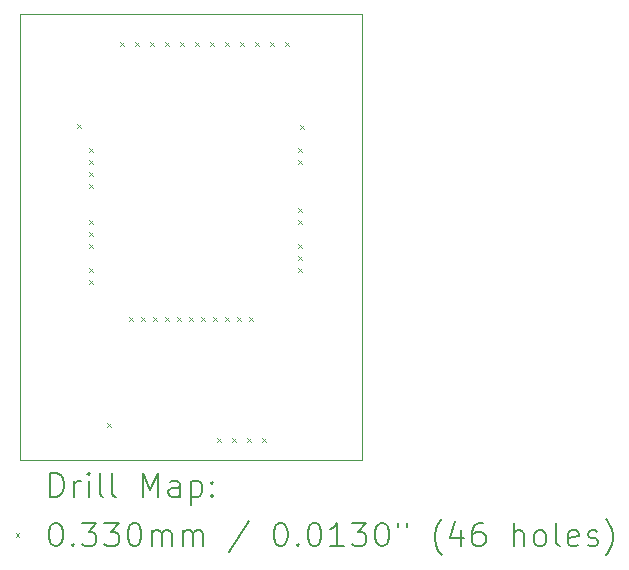
<source format=gbr>
%TF.GenerationSoftware,KiCad,Pcbnew,8.0.3-8.0.3-0~ubuntu24.04.1*%
%TF.CreationDate,2024-07-09T09:25:00+02:00*%
%TF.ProjectId,PythonBreakout,50797468-6f6e-4427-9265-616b6f75742e,rev?*%
%TF.SameCoordinates,Original*%
%TF.FileFunction,Drillmap*%
%TF.FilePolarity,Positive*%
%FSLAX45Y45*%
G04 Gerber Fmt 4.5, Leading zero omitted, Abs format (unit mm)*
G04 Created by KiCad (PCBNEW 8.0.3-8.0.3-0~ubuntu24.04.1) date 2024-07-09 09:25:00*
%MOMM*%
%LPD*%
G01*
G04 APERTURE LIST*
%ADD10C,0.050000*%
%ADD11C,0.200000*%
%ADD12C,0.100000*%
G04 APERTURE END LIST*
D10*
X7500000Y-5287500D02*
X10400000Y-5287500D01*
X10400000Y-9062500D01*
X7500000Y-9062500D01*
X7500000Y-5287500D01*
D11*
D12*
X7983490Y-6220990D02*
X8016510Y-6254010D01*
X8016510Y-6220990D02*
X7983490Y-6254010D01*
X8090090Y-6627890D02*
X8123110Y-6660910D01*
X8123110Y-6627890D02*
X8090090Y-6660910D01*
X8090190Y-6424690D02*
X8123210Y-6457710D01*
X8123210Y-6424690D02*
X8090190Y-6457710D01*
X8090190Y-6526290D02*
X8123210Y-6559310D01*
X8123210Y-6526290D02*
X8090190Y-6559310D01*
X8090190Y-6729490D02*
X8123210Y-6762510D01*
X8123210Y-6729490D02*
X8090190Y-6762510D01*
X8090190Y-7034290D02*
X8123210Y-7067310D01*
X8123210Y-7034290D02*
X8090190Y-7067310D01*
X8090190Y-7135890D02*
X8123210Y-7168910D01*
X8123210Y-7135890D02*
X8090190Y-7168910D01*
X8090190Y-7237490D02*
X8123210Y-7270510D01*
X8123210Y-7237490D02*
X8090190Y-7270510D01*
X8090190Y-7440690D02*
X8123210Y-7473710D01*
X8123210Y-7440690D02*
X8090190Y-7473710D01*
X8090190Y-7542290D02*
X8123210Y-7575310D01*
X8123210Y-7542290D02*
X8090190Y-7575310D01*
X8238490Y-8750990D02*
X8271510Y-8784010D01*
X8271510Y-8750990D02*
X8238490Y-8784010D01*
X8348490Y-5530990D02*
X8381510Y-5564010D01*
X8381510Y-5530990D02*
X8348490Y-5564010D01*
X8424790Y-7858690D02*
X8457810Y-7891710D01*
X8457810Y-7858690D02*
X8424790Y-7891710D01*
X8475490Y-5530990D02*
X8508510Y-5564010D01*
X8508510Y-5530990D02*
X8475490Y-5564010D01*
X8526390Y-7858690D02*
X8559410Y-7891710D01*
X8559410Y-7858690D02*
X8526390Y-7891710D01*
X8602490Y-5530990D02*
X8635510Y-5564010D01*
X8635510Y-5530990D02*
X8602490Y-5564010D01*
X8627990Y-7858690D02*
X8661010Y-7891710D01*
X8661010Y-7858690D02*
X8627990Y-7891710D01*
X8729490Y-5530990D02*
X8762510Y-5564010D01*
X8762510Y-5530990D02*
X8729490Y-5564010D01*
X8729490Y-7858690D02*
X8762510Y-7891710D01*
X8762510Y-7858690D02*
X8729490Y-7891710D01*
X8831090Y-7858790D02*
X8864110Y-7891810D01*
X8864110Y-7858790D02*
X8831090Y-7891810D01*
X8856490Y-5530990D02*
X8889510Y-5564010D01*
X8889510Y-5530990D02*
X8856490Y-5564010D01*
X8932790Y-7858690D02*
X8965810Y-7891710D01*
X8965810Y-7858690D02*
X8932790Y-7891710D01*
X8983490Y-5530990D02*
X9016510Y-5564010D01*
X9016510Y-5530990D02*
X8983490Y-5564010D01*
X9034390Y-7858690D02*
X9067410Y-7891710D01*
X9067410Y-7858690D02*
X9034390Y-7891710D01*
X9110490Y-5530990D02*
X9143510Y-5564010D01*
X9143510Y-5530990D02*
X9110490Y-5564010D01*
X9135990Y-7858690D02*
X9169010Y-7891710D01*
X9169010Y-7858690D02*
X9135990Y-7891710D01*
X9173990Y-8881990D02*
X9207010Y-8915010D01*
X9207010Y-8881990D02*
X9173990Y-8915010D01*
X9237490Y-5530990D02*
X9270510Y-5564010D01*
X9270510Y-5530990D02*
X9237490Y-5564010D01*
X9237590Y-7858690D02*
X9270610Y-7891710D01*
X9270610Y-7858690D02*
X9237590Y-7891710D01*
X9300990Y-8881990D02*
X9334010Y-8915010D01*
X9334010Y-8881990D02*
X9300990Y-8915010D01*
X9339190Y-7858690D02*
X9372210Y-7891710D01*
X9372210Y-7858690D02*
X9339190Y-7891710D01*
X9364490Y-5530990D02*
X9397510Y-5564010D01*
X9397510Y-5530990D02*
X9364490Y-5564010D01*
X9427990Y-8881990D02*
X9461010Y-8915010D01*
X9461010Y-8881990D02*
X9427990Y-8915010D01*
X9440790Y-7858690D02*
X9473810Y-7891710D01*
X9473810Y-7858690D02*
X9440790Y-7891710D01*
X9491490Y-5530990D02*
X9524510Y-5564010D01*
X9524510Y-5530990D02*
X9491490Y-5564010D01*
X9554990Y-8881990D02*
X9588010Y-8915010D01*
X9588010Y-8881990D02*
X9554990Y-8915010D01*
X9618490Y-5530990D02*
X9651510Y-5564010D01*
X9651510Y-5530990D02*
X9618490Y-5564010D01*
X9745490Y-5530990D02*
X9778510Y-5564010D01*
X9778510Y-5530990D02*
X9745490Y-5564010D01*
X9858690Y-6424690D02*
X9891710Y-6457710D01*
X9891710Y-6424690D02*
X9858690Y-6457710D01*
X9858690Y-6526290D02*
X9891710Y-6559310D01*
X9891710Y-6526290D02*
X9858690Y-6559310D01*
X9858690Y-6932690D02*
X9891710Y-6965710D01*
X9891710Y-6932690D02*
X9858690Y-6965710D01*
X9858690Y-7034290D02*
X9891710Y-7067310D01*
X9891710Y-7034290D02*
X9858690Y-7067310D01*
X9858690Y-7237490D02*
X9891710Y-7270510D01*
X9891710Y-7237490D02*
X9858690Y-7270510D01*
X9858690Y-7339090D02*
X9891710Y-7372110D01*
X9891710Y-7339090D02*
X9858690Y-7372110D01*
X9858690Y-7440690D02*
X9891710Y-7473710D01*
X9891710Y-7440690D02*
X9858690Y-7473710D01*
X9872490Y-6233490D02*
X9905510Y-6266510D01*
X9905510Y-6233490D02*
X9872490Y-6266510D01*
D11*
X7758277Y-9376484D02*
X7758277Y-9176484D01*
X7758277Y-9176484D02*
X7805896Y-9176484D01*
X7805896Y-9176484D02*
X7834467Y-9186008D01*
X7834467Y-9186008D02*
X7853515Y-9205055D01*
X7853515Y-9205055D02*
X7863039Y-9224103D01*
X7863039Y-9224103D02*
X7872562Y-9262198D01*
X7872562Y-9262198D02*
X7872562Y-9290770D01*
X7872562Y-9290770D02*
X7863039Y-9328865D01*
X7863039Y-9328865D02*
X7853515Y-9347912D01*
X7853515Y-9347912D02*
X7834467Y-9366960D01*
X7834467Y-9366960D02*
X7805896Y-9376484D01*
X7805896Y-9376484D02*
X7758277Y-9376484D01*
X7958277Y-9376484D02*
X7958277Y-9243150D01*
X7958277Y-9281246D02*
X7967801Y-9262198D01*
X7967801Y-9262198D02*
X7977324Y-9252674D01*
X7977324Y-9252674D02*
X7996372Y-9243150D01*
X7996372Y-9243150D02*
X8015420Y-9243150D01*
X8082086Y-9376484D02*
X8082086Y-9243150D01*
X8082086Y-9176484D02*
X8072562Y-9186008D01*
X8072562Y-9186008D02*
X8082086Y-9195531D01*
X8082086Y-9195531D02*
X8091610Y-9186008D01*
X8091610Y-9186008D02*
X8082086Y-9176484D01*
X8082086Y-9176484D02*
X8082086Y-9195531D01*
X8205896Y-9376484D02*
X8186848Y-9366960D01*
X8186848Y-9366960D02*
X8177324Y-9347912D01*
X8177324Y-9347912D02*
X8177324Y-9176484D01*
X8310658Y-9376484D02*
X8291610Y-9366960D01*
X8291610Y-9366960D02*
X8282086Y-9347912D01*
X8282086Y-9347912D02*
X8282086Y-9176484D01*
X8539229Y-9376484D02*
X8539229Y-9176484D01*
X8539229Y-9176484D02*
X8605896Y-9319341D01*
X8605896Y-9319341D02*
X8672563Y-9176484D01*
X8672563Y-9176484D02*
X8672563Y-9376484D01*
X8853515Y-9376484D02*
X8853515Y-9271722D01*
X8853515Y-9271722D02*
X8843991Y-9252674D01*
X8843991Y-9252674D02*
X8824944Y-9243150D01*
X8824944Y-9243150D02*
X8786848Y-9243150D01*
X8786848Y-9243150D02*
X8767801Y-9252674D01*
X8853515Y-9366960D02*
X8834467Y-9376484D01*
X8834467Y-9376484D02*
X8786848Y-9376484D01*
X8786848Y-9376484D02*
X8767801Y-9366960D01*
X8767801Y-9366960D02*
X8758277Y-9347912D01*
X8758277Y-9347912D02*
X8758277Y-9328865D01*
X8758277Y-9328865D02*
X8767801Y-9309817D01*
X8767801Y-9309817D02*
X8786848Y-9300293D01*
X8786848Y-9300293D02*
X8834467Y-9300293D01*
X8834467Y-9300293D02*
X8853515Y-9290770D01*
X8948753Y-9243150D02*
X8948753Y-9443150D01*
X8948753Y-9252674D02*
X8967801Y-9243150D01*
X8967801Y-9243150D02*
X9005896Y-9243150D01*
X9005896Y-9243150D02*
X9024944Y-9252674D01*
X9024944Y-9252674D02*
X9034467Y-9262198D01*
X9034467Y-9262198D02*
X9043991Y-9281246D01*
X9043991Y-9281246D02*
X9043991Y-9338389D01*
X9043991Y-9338389D02*
X9034467Y-9357436D01*
X9034467Y-9357436D02*
X9024944Y-9366960D01*
X9024944Y-9366960D02*
X9005896Y-9376484D01*
X9005896Y-9376484D02*
X8967801Y-9376484D01*
X8967801Y-9376484D02*
X8948753Y-9366960D01*
X9129705Y-9357436D02*
X9139229Y-9366960D01*
X9139229Y-9366960D02*
X9129705Y-9376484D01*
X9129705Y-9376484D02*
X9120182Y-9366960D01*
X9120182Y-9366960D02*
X9129705Y-9357436D01*
X9129705Y-9357436D02*
X9129705Y-9376484D01*
X9129705Y-9252674D02*
X9139229Y-9262198D01*
X9139229Y-9262198D02*
X9129705Y-9271722D01*
X9129705Y-9271722D02*
X9120182Y-9262198D01*
X9120182Y-9262198D02*
X9129705Y-9252674D01*
X9129705Y-9252674D02*
X9129705Y-9271722D01*
D12*
X7464480Y-9688490D02*
X7497500Y-9721510D01*
X7497500Y-9688490D02*
X7464480Y-9721510D01*
D11*
X7796372Y-9596484D02*
X7815420Y-9596484D01*
X7815420Y-9596484D02*
X7834467Y-9606008D01*
X7834467Y-9606008D02*
X7843991Y-9615531D01*
X7843991Y-9615531D02*
X7853515Y-9634579D01*
X7853515Y-9634579D02*
X7863039Y-9672674D01*
X7863039Y-9672674D02*
X7863039Y-9720293D01*
X7863039Y-9720293D02*
X7853515Y-9758389D01*
X7853515Y-9758389D02*
X7843991Y-9777436D01*
X7843991Y-9777436D02*
X7834467Y-9786960D01*
X7834467Y-9786960D02*
X7815420Y-9796484D01*
X7815420Y-9796484D02*
X7796372Y-9796484D01*
X7796372Y-9796484D02*
X7777324Y-9786960D01*
X7777324Y-9786960D02*
X7767801Y-9777436D01*
X7767801Y-9777436D02*
X7758277Y-9758389D01*
X7758277Y-9758389D02*
X7748753Y-9720293D01*
X7748753Y-9720293D02*
X7748753Y-9672674D01*
X7748753Y-9672674D02*
X7758277Y-9634579D01*
X7758277Y-9634579D02*
X7767801Y-9615531D01*
X7767801Y-9615531D02*
X7777324Y-9606008D01*
X7777324Y-9606008D02*
X7796372Y-9596484D01*
X7948753Y-9777436D02*
X7958277Y-9786960D01*
X7958277Y-9786960D02*
X7948753Y-9796484D01*
X7948753Y-9796484D02*
X7939229Y-9786960D01*
X7939229Y-9786960D02*
X7948753Y-9777436D01*
X7948753Y-9777436D02*
X7948753Y-9796484D01*
X8024943Y-9596484D02*
X8148753Y-9596484D01*
X8148753Y-9596484D02*
X8082086Y-9672674D01*
X8082086Y-9672674D02*
X8110658Y-9672674D01*
X8110658Y-9672674D02*
X8129705Y-9682198D01*
X8129705Y-9682198D02*
X8139229Y-9691722D01*
X8139229Y-9691722D02*
X8148753Y-9710770D01*
X8148753Y-9710770D02*
X8148753Y-9758389D01*
X8148753Y-9758389D02*
X8139229Y-9777436D01*
X8139229Y-9777436D02*
X8129705Y-9786960D01*
X8129705Y-9786960D02*
X8110658Y-9796484D01*
X8110658Y-9796484D02*
X8053515Y-9796484D01*
X8053515Y-9796484D02*
X8034467Y-9786960D01*
X8034467Y-9786960D02*
X8024943Y-9777436D01*
X8215420Y-9596484D02*
X8339229Y-9596484D01*
X8339229Y-9596484D02*
X8272562Y-9672674D01*
X8272562Y-9672674D02*
X8301134Y-9672674D01*
X8301134Y-9672674D02*
X8320182Y-9682198D01*
X8320182Y-9682198D02*
X8329705Y-9691722D01*
X8329705Y-9691722D02*
X8339229Y-9710770D01*
X8339229Y-9710770D02*
X8339229Y-9758389D01*
X8339229Y-9758389D02*
X8329705Y-9777436D01*
X8329705Y-9777436D02*
X8320182Y-9786960D01*
X8320182Y-9786960D02*
X8301134Y-9796484D01*
X8301134Y-9796484D02*
X8243991Y-9796484D01*
X8243991Y-9796484D02*
X8224943Y-9786960D01*
X8224943Y-9786960D02*
X8215420Y-9777436D01*
X8463039Y-9596484D02*
X8482086Y-9596484D01*
X8482086Y-9596484D02*
X8501134Y-9606008D01*
X8501134Y-9606008D02*
X8510658Y-9615531D01*
X8510658Y-9615531D02*
X8520182Y-9634579D01*
X8520182Y-9634579D02*
X8529705Y-9672674D01*
X8529705Y-9672674D02*
X8529705Y-9720293D01*
X8529705Y-9720293D02*
X8520182Y-9758389D01*
X8520182Y-9758389D02*
X8510658Y-9777436D01*
X8510658Y-9777436D02*
X8501134Y-9786960D01*
X8501134Y-9786960D02*
X8482086Y-9796484D01*
X8482086Y-9796484D02*
X8463039Y-9796484D01*
X8463039Y-9796484D02*
X8443991Y-9786960D01*
X8443991Y-9786960D02*
X8434467Y-9777436D01*
X8434467Y-9777436D02*
X8424944Y-9758389D01*
X8424944Y-9758389D02*
X8415420Y-9720293D01*
X8415420Y-9720293D02*
X8415420Y-9672674D01*
X8415420Y-9672674D02*
X8424944Y-9634579D01*
X8424944Y-9634579D02*
X8434467Y-9615531D01*
X8434467Y-9615531D02*
X8443991Y-9606008D01*
X8443991Y-9606008D02*
X8463039Y-9596484D01*
X8615420Y-9796484D02*
X8615420Y-9663150D01*
X8615420Y-9682198D02*
X8624944Y-9672674D01*
X8624944Y-9672674D02*
X8643991Y-9663150D01*
X8643991Y-9663150D02*
X8672563Y-9663150D01*
X8672563Y-9663150D02*
X8691610Y-9672674D01*
X8691610Y-9672674D02*
X8701134Y-9691722D01*
X8701134Y-9691722D02*
X8701134Y-9796484D01*
X8701134Y-9691722D02*
X8710658Y-9672674D01*
X8710658Y-9672674D02*
X8729705Y-9663150D01*
X8729705Y-9663150D02*
X8758277Y-9663150D01*
X8758277Y-9663150D02*
X8777325Y-9672674D01*
X8777325Y-9672674D02*
X8786848Y-9691722D01*
X8786848Y-9691722D02*
X8786848Y-9796484D01*
X8882086Y-9796484D02*
X8882086Y-9663150D01*
X8882086Y-9682198D02*
X8891610Y-9672674D01*
X8891610Y-9672674D02*
X8910658Y-9663150D01*
X8910658Y-9663150D02*
X8939229Y-9663150D01*
X8939229Y-9663150D02*
X8958277Y-9672674D01*
X8958277Y-9672674D02*
X8967801Y-9691722D01*
X8967801Y-9691722D02*
X8967801Y-9796484D01*
X8967801Y-9691722D02*
X8977325Y-9672674D01*
X8977325Y-9672674D02*
X8996372Y-9663150D01*
X8996372Y-9663150D02*
X9024944Y-9663150D01*
X9024944Y-9663150D02*
X9043991Y-9672674D01*
X9043991Y-9672674D02*
X9053515Y-9691722D01*
X9053515Y-9691722D02*
X9053515Y-9796484D01*
X9443991Y-9586960D02*
X9272563Y-9844103D01*
X9701134Y-9596484D02*
X9720182Y-9596484D01*
X9720182Y-9596484D02*
X9739229Y-9606008D01*
X9739229Y-9606008D02*
X9748753Y-9615531D01*
X9748753Y-9615531D02*
X9758277Y-9634579D01*
X9758277Y-9634579D02*
X9767801Y-9672674D01*
X9767801Y-9672674D02*
X9767801Y-9720293D01*
X9767801Y-9720293D02*
X9758277Y-9758389D01*
X9758277Y-9758389D02*
X9748753Y-9777436D01*
X9748753Y-9777436D02*
X9739229Y-9786960D01*
X9739229Y-9786960D02*
X9720182Y-9796484D01*
X9720182Y-9796484D02*
X9701134Y-9796484D01*
X9701134Y-9796484D02*
X9682087Y-9786960D01*
X9682087Y-9786960D02*
X9672563Y-9777436D01*
X9672563Y-9777436D02*
X9663039Y-9758389D01*
X9663039Y-9758389D02*
X9653515Y-9720293D01*
X9653515Y-9720293D02*
X9653515Y-9672674D01*
X9653515Y-9672674D02*
X9663039Y-9634579D01*
X9663039Y-9634579D02*
X9672563Y-9615531D01*
X9672563Y-9615531D02*
X9682087Y-9606008D01*
X9682087Y-9606008D02*
X9701134Y-9596484D01*
X9853515Y-9777436D02*
X9863039Y-9786960D01*
X9863039Y-9786960D02*
X9853515Y-9796484D01*
X9853515Y-9796484D02*
X9843991Y-9786960D01*
X9843991Y-9786960D02*
X9853515Y-9777436D01*
X9853515Y-9777436D02*
X9853515Y-9796484D01*
X9986848Y-9596484D02*
X10005896Y-9596484D01*
X10005896Y-9596484D02*
X10024944Y-9606008D01*
X10024944Y-9606008D02*
X10034468Y-9615531D01*
X10034468Y-9615531D02*
X10043991Y-9634579D01*
X10043991Y-9634579D02*
X10053515Y-9672674D01*
X10053515Y-9672674D02*
X10053515Y-9720293D01*
X10053515Y-9720293D02*
X10043991Y-9758389D01*
X10043991Y-9758389D02*
X10034468Y-9777436D01*
X10034468Y-9777436D02*
X10024944Y-9786960D01*
X10024944Y-9786960D02*
X10005896Y-9796484D01*
X10005896Y-9796484D02*
X9986848Y-9796484D01*
X9986848Y-9796484D02*
X9967801Y-9786960D01*
X9967801Y-9786960D02*
X9958277Y-9777436D01*
X9958277Y-9777436D02*
X9948753Y-9758389D01*
X9948753Y-9758389D02*
X9939229Y-9720293D01*
X9939229Y-9720293D02*
X9939229Y-9672674D01*
X9939229Y-9672674D02*
X9948753Y-9634579D01*
X9948753Y-9634579D02*
X9958277Y-9615531D01*
X9958277Y-9615531D02*
X9967801Y-9606008D01*
X9967801Y-9606008D02*
X9986848Y-9596484D01*
X10243991Y-9796484D02*
X10129706Y-9796484D01*
X10186848Y-9796484D02*
X10186848Y-9596484D01*
X10186848Y-9596484D02*
X10167801Y-9625055D01*
X10167801Y-9625055D02*
X10148753Y-9644103D01*
X10148753Y-9644103D02*
X10129706Y-9653627D01*
X10310658Y-9596484D02*
X10434468Y-9596484D01*
X10434468Y-9596484D02*
X10367801Y-9672674D01*
X10367801Y-9672674D02*
X10396372Y-9672674D01*
X10396372Y-9672674D02*
X10415420Y-9682198D01*
X10415420Y-9682198D02*
X10424944Y-9691722D01*
X10424944Y-9691722D02*
X10434468Y-9710770D01*
X10434468Y-9710770D02*
X10434468Y-9758389D01*
X10434468Y-9758389D02*
X10424944Y-9777436D01*
X10424944Y-9777436D02*
X10415420Y-9786960D01*
X10415420Y-9786960D02*
X10396372Y-9796484D01*
X10396372Y-9796484D02*
X10339229Y-9796484D01*
X10339229Y-9796484D02*
X10320182Y-9786960D01*
X10320182Y-9786960D02*
X10310658Y-9777436D01*
X10558277Y-9596484D02*
X10577325Y-9596484D01*
X10577325Y-9596484D02*
X10596372Y-9606008D01*
X10596372Y-9606008D02*
X10605896Y-9615531D01*
X10605896Y-9615531D02*
X10615420Y-9634579D01*
X10615420Y-9634579D02*
X10624944Y-9672674D01*
X10624944Y-9672674D02*
X10624944Y-9720293D01*
X10624944Y-9720293D02*
X10615420Y-9758389D01*
X10615420Y-9758389D02*
X10605896Y-9777436D01*
X10605896Y-9777436D02*
X10596372Y-9786960D01*
X10596372Y-9786960D02*
X10577325Y-9796484D01*
X10577325Y-9796484D02*
X10558277Y-9796484D01*
X10558277Y-9796484D02*
X10539229Y-9786960D01*
X10539229Y-9786960D02*
X10529706Y-9777436D01*
X10529706Y-9777436D02*
X10520182Y-9758389D01*
X10520182Y-9758389D02*
X10510658Y-9720293D01*
X10510658Y-9720293D02*
X10510658Y-9672674D01*
X10510658Y-9672674D02*
X10520182Y-9634579D01*
X10520182Y-9634579D02*
X10529706Y-9615531D01*
X10529706Y-9615531D02*
X10539229Y-9606008D01*
X10539229Y-9606008D02*
X10558277Y-9596484D01*
X10701134Y-9596484D02*
X10701134Y-9634579D01*
X10777325Y-9596484D02*
X10777325Y-9634579D01*
X11072563Y-9872674D02*
X11063039Y-9863150D01*
X11063039Y-9863150D02*
X11043991Y-9834579D01*
X11043991Y-9834579D02*
X11034468Y-9815531D01*
X11034468Y-9815531D02*
X11024944Y-9786960D01*
X11024944Y-9786960D02*
X11015420Y-9739341D01*
X11015420Y-9739341D02*
X11015420Y-9701246D01*
X11015420Y-9701246D02*
X11024944Y-9653627D01*
X11024944Y-9653627D02*
X11034468Y-9625055D01*
X11034468Y-9625055D02*
X11043991Y-9606008D01*
X11043991Y-9606008D02*
X11063039Y-9577436D01*
X11063039Y-9577436D02*
X11072563Y-9567912D01*
X11234468Y-9663150D02*
X11234468Y-9796484D01*
X11186848Y-9586960D02*
X11139230Y-9729817D01*
X11139230Y-9729817D02*
X11263039Y-9729817D01*
X11424944Y-9596484D02*
X11386848Y-9596484D01*
X11386848Y-9596484D02*
X11367801Y-9606008D01*
X11367801Y-9606008D02*
X11358277Y-9615531D01*
X11358277Y-9615531D02*
X11339229Y-9644103D01*
X11339229Y-9644103D02*
X11329706Y-9682198D01*
X11329706Y-9682198D02*
X11329706Y-9758389D01*
X11329706Y-9758389D02*
X11339229Y-9777436D01*
X11339229Y-9777436D02*
X11348753Y-9786960D01*
X11348753Y-9786960D02*
X11367801Y-9796484D01*
X11367801Y-9796484D02*
X11405896Y-9796484D01*
X11405896Y-9796484D02*
X11424944Y-9786960D01*
X11424944Y-9786960D02*
X11434468Y-9777436D01*
X11434468Y-9777436D02*
X11443991Y-9758389D01*
X11443991Y-9758389D02*
X11443991Y-9710770D01*
X11443991Y-9710770D02*
X11434468Y-9691722D01*
X11434468Y-9691722D02*
X11424944Y-9682198D01*
X11424944Y-9682198D02*
X11405896Y-9672674D01*
X11405896Y-9672674D02*
X11367801Y-9672674D01*
X11367801Y-9672674D02*
X11348753Y-9682198D01*
X11348753Y-9682198D02*
X11339229Y-9691722D01*
X11339229Y-9691722D02*
X11329706Y-9710770D01*
X11682087Y-9796484D02*
X11682087Y-9596484D01*
X11767801Y-9796484D02*
X11767801Y-9691722D01*
X11767801Y-9691722D02*
X11758277Y-9672674D01*
X11758277Y-9672674D02*
X11739230Y-9663150D01*
X11739230Y-9663150D02*
X11710658Y-9663150D01*
X11710658Y-9663150D02*
X11691610Y-9672674D01*
X11691610Y-9672674D02*
X11682087Y-9682198D01*
X11891610Y-9796484D02*
X11872563Y-9786960D01*
X11872563Y-9786960D02*
X11863039Y-9777436D01*
X11863039Y-9777436D02*
X11853515Y-9758389D01*
X11853515Y-9758389D02*
X11853515Y-9701246D01*
X11853515Y-9701246D02*
X11863039Y-9682198D01*
X11863039Y-9682198D02*
X11872563Y-9672674D01*
X11872563Y-9672674D02*
X11891610Y-9663150D01*
X11891610Y-9663150D02*
X11920182Y-9663150D01*
X11920182Y-9663150D02*
X11939230Y-9672674D01*
X11939230Y-9672674D02*
X11948753Y-9682198D01*
X11948753Y-9682198D02*
X11958277Y-9701246D01*
X11958277Y-9701246D02*
X11958277Y-9758389D01*
X11958277Y-9758389D02*
X11948753Y-9777436D01*
X11948753Y-9777436D02*
X11939230Y-9786960D01*
X11939230Y-9786960D02*
X11920182Y-9796484D01*
X11920182Y-9796484D02*
X11891610Y-9796484D01*
X12072563Y-9796484D02*
X12053515Y-9786960D01*
X12053515Y-9786960D02*
X12043991Y-9767912D01*
X12043991Y-9767912D02*
X12043991Y-9596484D01*
X12224944Y-9786960D02*
X12205896Y-9796484D01*
X12205896Y-9796484D02*
X12167801Y-9796484D01*
X12167801Y-9796484D02*
X12148753Y-9786960D01*
X12148753Y-9786960D02*
X12139230Y-9767912D01*
X12139230Y-9767912D02*
X12139230Y-9691722D01*
X12139230Y-9691722D02*
X12148753Y-9672674D01*
X12148753Y-9672674D02*
X12167801Y-9663150D01*
X12167801Y-9663150D02*
X12205896Y-9663150D01*
X12205896Y-9663150D02*
X12224944Y-9672674D01*
X12224944Y-9672674D02*
X12234468Y-9691722D01*
X12234468Y-9691722D02*
X12234468Y-9710770D01*
X12234468Y-9710770D02*
X12139230Y-9729817D01*
X12310658Y-9786960D02*
X12329706Y-9796484D01*
X12329706Y-9796484D02*
X12367801Y-9796484D01*
X12367801Y-9796484D02*
X12386849Y-9786960D01*
X12386849Y-9786960D02*
X12396372Y-9767912D01*
X12396372Y-9767912D02*
X12396372Y-9758389D01*
X12396372Y-9758389D02*
X12386849Y-9739341D01*
X12386849Y-9739341D02*
X12367801Y-9729817D01*
X12367801Y-9729817D02*
X12339230Y-9729817D01*
X12339230Y-9729817D02*
X12320182Y-9720293D01*
X12320182Y-9720293D02*
X12310658Y-9701246D01*
X12310658Y-9701246D02*
X12310658Y-9691722D01*
X12310658Y-9691722D02*
X12320182Y-9672674D01*
X12320182Y-9672674D02*
X12339230Y-9663150D01*
X12339230Y-9663150D02*
X12367801Y-9663150D01*
X12367801Y-9663150D02*
X12386849Y-9672674D01*
X12463039Y-9872674D02*
X12472563Y-9863150D01*
X12472563Y-9863150D02*
X12491611Y-9834579D01*
X12491611Y-9834579D02*
X12501134Y-9815531D01*
X12501134Y-9815531D02*
X12510658Y-9786960D01*
X12510658Y-9786960D02*
X12520182Y-9739341D01*
X12520182Y-9739341D02*
X12520182Y-9701246D01*
X12520182Y-9701246D02*
X12510658Y-9653627D01*
X12510658Y-9653627D02*
X12501134Y-9625055D01*
X12501134Y-9625055D02*
X12491611Y-9606008D01*
X12491611Y-9606008D02*
X12472563Y-9577436D01*
X12472563Y-9577436D02*
X12463039Y-9567912D01*
M02*

</source>
